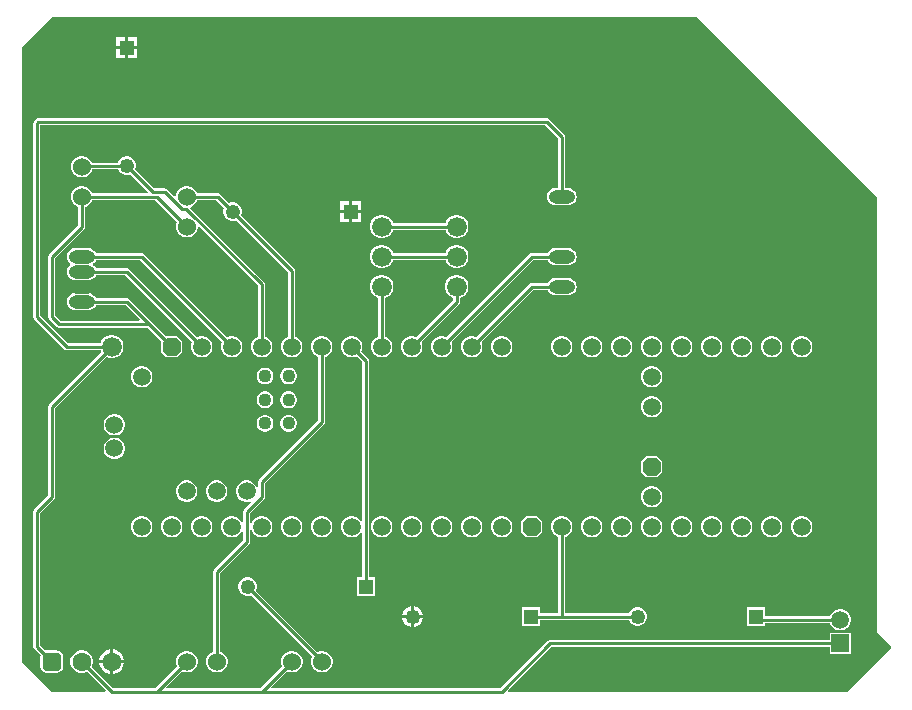
<source format=gbr>
%TF.GenerationSoftware,Altium Limited,Altium Designer,24.1.2 (44)*%
G04 Layer_Physical_Order=2*
G04 Layer_Color=16711680*
%FSLAX45Y45*%
%MOMM*%
%TF.SameCoordinates,BBF04D0A-6D19-432F-97EC-52E110E972BA*%
%TF.FilePolarity,Positive*%
%TF.FileFunction,Copper,L2,Bot,Signal*%
%TF.Part,Single*%
G01*
G75*
%TA.AperFunction,ComponentPad*%
%ADD10R,1.50800X1.50800*%
%ADD11R,1.50800X1.50800*%
%ADD12C,1.67640*%
G04:AMPARAMS|DCode=13|XSize=1.508mm|YSize=1.508mm|CornerRadius=0mm|HoleSize=0mm|Usage=FLASHONLY|Rotation=90.000|XOffset=0mm|YOffset=0mm|HoleType=Round|Shape=Octagon|*
%AMOCTAGOND13*
4,1,8,0.37700,0.75400,-0.37700,0.75400,-0.75400,0.37700,-0.75400,-0.37700,-0.37700,-0.75400,0.37700,-0.75400,0.75400,-0.37700,0.75400,0.37700,0.37700,0.75400,0.0*
%
%ADD13OCTAGOND13*%

%ADD14C,1.50800*%
%ADD15C,1.10795*%
%ADD16C,1.25000*%
%ADD17R,1.25000X1.25000*%
%ADD18R,1.25000X1.25000*%
%ADD19R,1.50000X1.50000*%
%ADD20C,1.50000*%
G04:AMPARAMS|DCode=21|XSize=1.6mm|YSize=1.6mm|CornerRadius=0.4mm|HoleSize=0mm|Usage=FLASHONLY|Rotation=0.000|XOffset=0mm|YOffset=0mm|HoleType=Round|Shape=RoundedRectangle|*
%AMROUNDEDRECTD21*
21,1,1.60000,0.80000,0,0,0.0*
21,1,0.80000,1.60000,0,0,0.0*
1,1,0.80000,0.40000,-0.40000*
1,1,0.80000,-0.40000,-0.40000*
1,1,0.80000,-0.40000,0.40000*
1,1,0.80000,0.40000,0.40000*
%
%ADD21ROUNDEDRECTD21*%
%ADD22C,1.60000*%
%ADD23C,1.52400*%
%ADD24O,2.21590X1.10795*%
%TA.AperFunction,Conductor*%
%ADD25C,0.25400*%
G36*
X9779000Y6350000D02*
X9779000Y2667000D01*
X9897529Y2548471D01*
Y2531529D01*
X9525000Y2159000D01*
X6660881D01*
X6656021Y2170733D01*
X7023800Y2538513D01*
X9379760D01*
Y2476760D01*
X9560240D01*
Y2657240D01*
X9379760D01*
Y2595487D01*
X7012001D01*
X7012000Y2595488D01*
X7001098Y2593319D01*
X6991856Y2587144D01*
X6991856Y2587143D01*
X6592200Y2187487D01*
X4657368D01*
X4652508Y2199221D01*
X4784603Y2331315D01*
X4790705Y2327792D01*
X4813962Y2321560D01*
X4838038D01*
X4861295Y2327792D01*
X4882145Y2339830D01*
X4899170Y2356855D01*
X4911208Y2377705D01*
X4917440Y2400962D01*
Y2425038D01*
X4911208Y2448295D01*
X4899170Y2469145D01*
X4882145Y2486170D01*
X4861295Y2498208D01*
X4838038Y2504440D01*
X4813962D01*
X4790705Y2498208D01*
X4769855Y2486170D01*
X4752830Y2469145D01*
X4740792Y2448295D01*
X4734560Y2425038D01*
Y2400962D01*
X4740792Y2377705D01*
X4744315Y2371603D01*
X4560200Y2187487D01*
X3768368D01*
X3763508Y2199221D01*
X3895603Y2331315D01*
X3901705Y2327792D01*
X3924962Y2321560D01*
X3949038D01*
X3972295Y2327792D01*
X3993145Y2339830D01*
X4010170Y2356855D01*
X4022208Y2377705D01*
X4028440Y2400962D01*
Y2425038D01*
X4022208Y2448295D01*
X4010170Y2469145D01*
X3993145Y2486170D01*
X3972295Y2498208D01*
X3949038Y2504440D01*
X3924962D01*
X3901705Y2498208D01*
X3880855Y2486170D01*
X3863830Y2469145D01*
X3851792Y2448295D01*
X3845560Y2425038D01*
Y2400962D01*
X3851792Y2377705D01*
X3855315Y2371603D01*
X3671200Y2187487D01*
X3313800D01*
X3132467Y2368821D01*
X3136750Y2376239D01*
X3143240Y2400462D01*
Y2425538D01*
X3136750Y2449761D01*
X3124211Y2471479D01*
X3106479Y2489211D01*
X3084761Y2501750D01*
X3060538Y2508240D01*
X3035462D01*
X3011239Y2501750D01*
X2989521Y2489211D01*
X2971789Y2471479D01*
X2959250Y2449761D01*
X2952760Y2425538D01*
Y2400462D01*
X2959250Y2376239D01*
X2971789Y2354521D01*
X2989521Y2336789D01*
X3011239Y2324250D01*
X3035462Y2317760D01*
X3060538D01*
X3084761Y2324250D01*
X3092179Y2328533D01*
X3249979Y2170733D01*
X3245119Y2159000D01*
X2794000D01*
X2540000Y2413000D01*
Y7620000D01*
X2794000Y7874000D01*
X8255000D01*
X9779000Y6350000D01*
D02*
G37*
%LPC*%
G36*
X3516900Y7699900D02*
X3441700D01*
Y7624700D01*
X3516900D01*
Y7699900D01*
D02*
G37*
G36*
X3416300D02*
X3341100D01*
Y7624700D01*
X3416300D01*
Y7699900D01*
D02*
G37*
G36*
X3516900Y7599300D02*
X3441700D01*
Y7524100D01*
X3516900D01*
Y7599300D01*
D02*
G37*
G36*
X3416300D02*
X3341100D01*
Y7524100D01*
X3416300D01*
Y7599300D01*
D02*
G37*
G36*
X3060038Y6695440D02*
X3035962D01*
X3012705Y6689208D01*
X2991855Y6677170D01*
X2974830Y6660145D01*
X2962792Y6639295D01*
X2956560Y6616038D01*
Y6591962D01*
X2962792Y6568705D01*
X2974830Y6547855D01*
X2991855Y6530830D01*
X3012705Y6518792D01*
X3035962Y6512560D01*
X3060038D01*
X3083295Y6518792D01*
X3104145Y6530830D01*
X3121170Y6547855D01*
X3133208Y6568705D01*
X3136104Y6579513D01*
X3357990D01*
X3366793Y6564267D01*
X3381267Y6549793D01*
X3398993Y6539558D01*
X3418765Y6534260D01*
X3439235D01*
X3459007Y6539558D01*
X3460368Y6540344D01*
X3610492Y6390221D01*
X3605632Y6378487D01*
X3135032D01*
X3133208Y6385295D01*
X3121170Y6406145D01*
X3104145Y6423170D01*
X3083295Y6435208D01*
X3060038Y6441440D01*
X3035962D01*
X3012705Y6435208D01*
X2991855Y6423170D01*
X2974830Y6406145D01*
X2962792Y6385295D01*
X2956560Y6362038D01*
Y6337962D01*
X2962792Y6314705D01*
X2974830Y6293855D01*
X2991855Y6276830D01*
X3012705Y6264792D01*
X3019513Y6262968D01*
Y6107800D01*
X2773856Y5862144D01*
X2767681Y5852902D01*
X2765512Y5842000D01*
X2765513Y5841999D01*
Y5334002D01*
X2765512Y5334000D01*
X2767681Y5323099D01*
X2773856Y5313857D01*
X2838397Y5249316D01*
X2847639Y5243141D01*
X2858540Y5240972D01*
X2858542Y5240973D01*
X3608740D01*
X3721876Y5127836D01*
X3719360Y5125320D01*
Y5034680D01*
X3764680Y4989360D01*
X3855320D01*
X3900640Y5034680D01*
Y5125320D01*
X3855320Y5170640D01*
X3764680D01*
X3762164Y5168124D01*
X3640684Y5289604D01*
X3640683Y5289604D01*
X3449144Y5481144D01*
X3439902Y5487319D01*
X3429000Y5489488D01*
X3428999Y5489487D01*
X3168055D01*
X3165099Y5496623D01*
X3153777Y5511379D01*
X3139021Y5522702D01*
X3121838Y5529819D01*
X3103397Y5532247D01*
X2992603D01*
X2974162Y5529819D01*
X2956979Y5522702D01*
X2942223Y5511379D01*
X2930901Y5496623D01*
X2923783Y5479440D01*
X2921356Y5461000D01*
X2923783Y5442560D01*
X2930901Y5425377D01*
X2942223Y5410621D01*
X2956979Y5399298D01*
X2974162Y5392181D01*
X2992603Y5389753D01*
X3103397D01*
X3121838Y5392181D01*
X3139021Y5399298D01*
X3153777Y5410621D01*
X3165099Y5425377D01*
X3168055Y5432513D01*
X3417200D01*
X3540032Y5309681D01*
X3535172Y5297947D01*
X2870340D01*
X2822487Y5345800D01*
Y5830200D01*
X3068143Y6075856D01*
X3068144Y6075856D01*
X3074319Y6085098D01*
X3076488Y6096000D01*
X3076487Y6096001D01*
Y6262968D01*
X3083295Y6264792D01*
X3104145Y6276830D01*
X3121170Y6293855D01*
X3133208Y6314705D01*
X3135032Y6321513D01*
X3671200D01*
X3855315Y6137397D01*
X3851792Y6131295D01*
X3845560Y6108038D01*
Y6083962D01*
X3851792Y6060705D01*
X3863830Y6039855D01*
X3880855Y6022830D01*
X3901705Y6010792D01*
X3924962Y6004560D01*
X3949038D01*
X3972295Y6010792D01*
X3993145Y6022830D01*
X4010170Y6039855D01*
X4022208Y6060705D01*
X4028440Y6083962D01*
Y6093588D01*
X4041140Y6098849D01*
X4543513Y5596476D01*
Y5166204D01*
X4537014Y5164463D01*
X4516346Y5152530D01*
X4499470Y5135654D01*
X4487537Y5114986D01*
X4481360Y5091933D01*
Y5068067D01*
X4487537Y5045014D01*
X4499470Y5024346D01*
X4516346Y5007470D01*
X4537014Y4995537D01*
X4560067Y4989360D01*
X4583933D01*
X4606986Y4995537D01*
X4627654Y5007470D01*
X4644530Y5024346D01*
X4656463Y5045014D01*
X4662640Y5068067D01*
Y5091933D01*
X4656463Y5114986D01*
X4644530Y5135654D01*
X4627654Y5152530D01*
X4606986Y5164463D01*
X4600487Y5166204D01*
Y5608275D01*
X4600488Y5608276D01*
X4598319Y5619178D01*
X4592144Y5628420D01*
X4592143Y5628420D01*
X3968244Y6252319D01*
X3971069Y6262864D01*
X3973206Y6265318D01*
X3993145Y6276830D01*
X4010170Y6293855D01*
X4022208Y6314705D01*
X4024032Y6321513D01*
X4187200D01*
X4254344Y6254368D01*
X4253558Y6253007D01*
X4248260Y6233235D01*
Y6212765D01*
X4253558Y6192993D01*
X4263793Y6175267D01*
X4278267Y6160793D01*
X4295993Y6150558D01*
X4315765Y6145260D01*
X4336235D01*
X4356007Y6150558D01*
X4357368Y6151344D01*
X4797513Y5711200D01*
Y5166204D01*
X4791014Y5164463D01*
X4770346Y5152530D01*
X4753470Y5135654D01*
X4741537Y5114986D01*
X4735360Y5091933D01*
Y5068067D01*
X4741537Y5045014D01*
X4753470Y5024346D01*
X4770346Y5007470D01*
X4791014Y4995537D01*
X4814067Y4989360D01*
X4837933D01*
X4860986Y4995537D01*
X4881654Y5007470D01*
X4898530Y5024346D01*
X4910463Y5045014D01*
X4916640Y5068067D01*
Y5091933D01*
X4910463Y5114986D01*
X4898530Y5135654D01*
X4881654Y5152530D01*
X4860986Y5164463D01*
X4854487Y5166204D01*
Y5722999D01*
X4854488Y5723000D01*
X4852319Y5733902D01*
X4846144Y5743144D01*
X4397656Y6191632D01*
X4398442Y6192993D01*
X4403740Y6212765D01*
Y6233235D01*
X4398442Y6253007D01*
X4388207Y6270733D01*
X4373733Y6285207D01*
X4356007Y6295442D01*
X4336235Y6300740D01*
X4315765D01*
X4295993Y6295442D01*
X4294631Y6294656D01*
X4219144Y6370144D01*
X4209902Y6376319D01*
X4199000Y6378488D01*
X4198999Y6378487D01*
X4024032D01*
X4022208Y6385295D01*
X4010170Y6406145D01*
X3993145Y6423170D01*
X3972295Y6435208D01*
X3949038Y6441440D01*
X3924962D01*
X3901705Y6435208D01*
X3880855Y6423170D01*
X3863830Y6406145D01*
X3851792Y6385295D01*
X3845560Y6362038D01*
Y6352412D01*
X3832860Y6347151D01*
X3769228Y6410784D01*
X3759986Y6416959D01*
X3749084Y6419128D01*
X3749083Y6419127D01*
X3662160D01*
X3500656Y6580631D01*
X3501442Y6581993D01*
X3506740Y6601765D01*
Y6622235D01*
X3501442Y6642007D01*
X3491207Y6659733D01*
X3476733Y6674207D01*
X3459007Y6684442D01*
X3439235Y6689740D01*
X3418765D01*
X3398993Y6684442D01*
X3381267Y6674207D01*
X3366793Y6659733D01*
X3356558Y6642007D01*
X3355079Y6636487D01*
X3133960D01*
X3133208Y6639295D01*
X3121170Y6660145D01*
X3104145Y6677170D01*
X3083295Y6689208D01*
X3060038Y6695440D01*
D02*
G37*
G36*
X6985000Y7013488D02*
X6984999Y7013487D01*
X2678903D01*
X2668002Y7011319D01*
X2658759Y7005144D01*
X2658759Y7005143D01*
X2646856Y6993241D01*
X2640681Y6983998D01*
X2638512Y6973097D01*
X2638513Y6973096D01*
Y5334001D01*
X2638512Y5334000D01*
X2640681Y5323098D01*
X2646856Y5313856D01*
X2900856Y5059857D01*
X2900856Y5059856D01*
X2910098Y5053681D01*
X2921000Y5051512D01*
X2921001Y5051513D01*
X3207079D01*
X3209691Y5041764D01*
X3214737Y5033024D01*
X2773856Y4592144D01*
X2767681Y4582902D01*
X2765512Y4572000D01*
X2765513Y4571999D01*
Y3821800D01*
X2646856Y3703144D01*
X2640681Y3693902D01*
X2638512Y3683000D01*
X2638513Y3682999D01*
Y2540001D01*
X2638512Y2540000D01*
X2640681Y2529098D01*
X2646856Y2519856D01*
X2700338Y2466375D01*
X2697678Y2453000D01*
Y2373000D01*
X2701965Y2351446D01*
X2714174Y2333174D01*
X2732446Y2320965D01*
X2754000Y2316678D01*
X2834000D01*
X2855554Y2320965D01*
X2873826Y2333174D01*
X2886035Y2351446D01*
X2890322Y2373000D01*
Y2453000D01*
X2886035Y2474554D01*
X2873826Y2492826D01*
X2855554Y2505035D01*
X2834000Y2509322D01*
X2754000D01*
X2740625Y2506662D01*
X2695487Y2551800D01*
Y3671200D01*
X2814143Y3789856D01*
X2814144Y3789856D01*
X2820319Y3799098D01*
X2822488Y3810000D01*
X2822487Y3810001D01*
Y4560200D01*
X3255024Y4992737D01*
X3263764Y4987691D01*
X3288959Y4980940D01*
X3315041D01*
X3340236Y4987691D01*
X3362824Y5000732D01*
X3381268Y5019176D01*
X3394309Y5041764D01*
X3401060Y5066959D01*
Y5093041D01*
X3394309Y5118236D01*
X3381268Y5140824D01*
X3362824Y5159268D01*
X3340236Y5172309D01*
X3315041Y5179060D01*
X3288959D01*
X3263764Y5172309D01*
X3241176Y5159268D01*
X3222732Y5140824D01*
X3209691Y5118236D01*
X3207079Y5108487D01*
X2932800D01*
X2695487Y5345800D01*
Y6956513D01*
X6973200D01*
X7083513Y6846200D01*
Y6421247D01*
X7056603D01*
X7038162Y6418819D01*
X7020979Y6411702D01*
X7006223Y6400379D01*
X6994901Y6385623D01*
X6987783Y6368440D01*
X6985356Y6350000D01*
X6987783Y6331560D01*
X6994901Y6314377D01*
X7006223Y6299621D01*
X7020979Y6288298D01*
X7038162Y6281181D01*
X7056603Y6278753D01*
X7167397D01*
X7185838Y6281181D01*
X7203021Y6288298D01*
X7217777Y6299621D01*
X7229099Y6314377D01*
X7236217Y6331560D01*
X7238644Y6350000D01*
X7236217Y6368440D01*
X7229099Y6385623D01*
X7217777Y6400379D01*
X7203021Y6411702D01*
X7185838Y6418819D01*
X7167397Y6421247D01*
X7140487D01*
Y6857999D01*
X7140488Y6858000D01*
X7138319Y6868902D01*
X7132144Y6878144D01*
X7132143Y6878144D01*
X7005144Y7005144D01*
X6995902Y7011319D01*
X6985000Y7013488D01*
D02*
G37*
G36*
X5413900Y6310900D02*
X5338700D01*
Y6235700D01*
X5413900D01*
Y6310900D01*
D02*
G37*
G36*
X5313300D02*
X5238100D01*
Y6235700D01*
X5313300D01*
Y6310900D01*
D02*
G37*
G36*
X5413900Y6210300D02*
X5338700D01*
Y6135100D01*
X5413900D01*
Y6210300D01*
D02*
G37*
G36*
X5313300D02*
X5238100D01*
Y6135100D01*
X5313300D01*
Y6210300D01*
D02*
G37*
G36*
X6236041Y6195060D02*
X6209959D01*
X6184764Y6188309D01*
X6162176Y6175268D01*
X6143732Y6156824D01*
X6130691Y6134236D01*
X6128079Y6124487D01*
X5682921D01*
X5680309Y6134236D01*
X5667268Y6156824D01*
X5648824Y6175268D01*
X5626236Y6188309D01*
X5601041Y6195060D01*
X5574959D01*
X5549764Y6188309D01*
X5527176Y6175268D01*
X5508732Y6156824D01*
X5495691Y6134236D01*
X5488940Y6109041D01*
Y6082959D01*
X5495691Y6057764D01*
X5508732Y6035176D01*
X5527176Y6016732D01*
X5549764Y6003691D01*
X5574959Y5996940D01*
X5601041D01*
X5626236Y6003691D01*
X5648824Y6016732D01*
X5667268Y6035176D01*
X5680309Y6057764D01*
X5682921Y6067513D01*
X6128079D01*
X6130691Y6057764D01*
X6143732Y6035176D01*
X6162176Y6016732D01*
X6184764Y6003691D01*
X6209959Y5996940D01*
X6236041D01*
X6261236Y6003691D01*
X6283824Y6016732D01*
X6302268Y6035176D01*
X6315309Y6057764D01*
X6322060Y6082959D01*
Y6109041D01*
X6315309Y6134236D01*
X6302268Y6156824D01*
X6283824Y6175268D01*
X6261236Y6188309D01*
X6236041Y6195060D01*
D02*
G37*
G36*
X7167397Y5913247D02*
X7056603D01*
X7038162Y5910819D01*
X7020979Y5903702D01*
X7006223Y5892379D01*
X6994901Y5877623D01*
X6991945Y5870487D01*
X6858001D01*
X6858000Y5870488D01*
X6847098Y5868319D01*
X6837856Y5862144D01*
X6837856Y5862143D01*
X6136812Y5161099D01*
X6130986Y5164463D01*
X6107933Y5170640D01*
X6084067D01*
X6061014Y5164463D01*
X6040346Y5152530D01*
X6023470Y5135654D01*
X6011537Y5114986D01*
X6005360Y5091933D01*
Y5068067D01*
X6011537Y5045014D01*
X6023470Y5024346D01*
X6040346Y5007470D01*
X6061014Y4995537D01*
X6084067Y4989360D01*
X6107933D01*
X6130986Y4995537D01*
X6151654Y5007470D01*
X6168530Y5024346D01*
X6180463Y5045014D01*
X6186640Y5068067D01*
Y5091933D01*
X6180463Y5114986D01*
X6177099Y5120812D01*
X6869800Y5813513D01*
X6991945D01*
X6994901Y5806377D01*
X7006223Y5791621D01*
X7020979Y5780298D01*
X7038162Y5773181D01*
X7056603Y5770753D01*
X7167397D01*
X7185838Y5773181D01*
X7203021Y5780298D01*
X7217777Y5791621D01*
X7229099Y5806377D01*
X7236217Y5823560D01*
X7238644Y5842000D01*
X7236217Y5860440D01*
X7229099Y5877623D01*
X7217777Y5892379D01*
X7203021Y5903702D01*
X7185838Y5910819D01*
X7167397Y5913247D01*
D02*
G37*
G36*
X6236041Y5941060D02*
X6209959D01*
X6184764Y5934309D01*
X6162176Y5921268D01*
X6143732Y5902824D01*
X6130691Y5880236D01*
X6128079Y5870487D01*
X5682921D01*
X5680309Y5880236D01*
X5667268Y5902824D01*
X5648824Y5921268D01*
X5626236Y5934309D01*
X5601041Y5941060D01*
X5574959D01*
X5549764Y5934309D01*
X5527176Y5921268D01*
X5508732Y5902824D01*
X5495691Y5880236D01*
X5488940Y5855041D01*
Y5828959D01*
X5495691Y5803764D01*
X5508732Y5781176D01*
X5527176Y5762732D01*
X5549764Y5749691D01*
X5574959Y5742940D01*
X5601041D01*
X5626236Y5749691D01*
X5648824Y5762732D01*
X5667268Y5781176D01*
X5680309Y5803764D01*
X5682921Y5813513D01*
X6128079D01*
X6130691Y5803764D01*
X6143732Y5781176D01*
X6162176Y5762732D01*
X6184764Y5749691D01*
X6209959Y5742940D01*
X6236041D01*
X6261236Y5749691D01*
X6283824Y5762732D01*
X6302268Y5781176D01*
X6315309Y5803764D01*
X6322060Y5828959D01*
Y5855041D01*
X6315309Y5880236D01*
X6302268Y5902824D01*
X6283824Y5921268D01*
X6261236Y5934309D01*
X6236041Y5941060D01*
D02*
G37*
G36*
X7167397Y5659247D02*
X7056603D01*
X7038162Y5656819D01*
X7020979Y5649702D01*
X7006223Y5638379D01*
X6994901Y5623624D01*
X6991945Y5616487D01*
X6858001D01*
X6858000Y5616488D01*
X6847098Y5614319D01*
X6837856Y5608144D01*
X6837856Y5608143D01*
X6390812Y5161099D01*
X6384986Y5164463D01*
X6361933Y5170640D01*
X6338067D01*
X6315014Y5164463D01*
X6294346Y5152530D01*
X6277470Y5135654D01*
X6265537Y5114986D01*
X6259360Y5091933D01*
Y5068067D01*
X6265537Y5045014D01*
X6277470Y5024346D01*
X6294346Y5007470D01*
X6315014Y4995537D01*
X6338067Y4989360D01*
X6361933D01*
X6384986Y4995537D01*
X6405654Y5007470D01*
X6422530Y5024346D01*
X6434463Y5045014D01*
X6440640Y5068067D01*
Y5091933D01*
X6434463Y5114986D01*
X6431099Y5120812D01*
X6869800Y5559513D01*
X6991945D01*
X6994901Y5552377D01*
X7006223Y5537621D01*
X7020979Y5526298D01*
X7038162Y5519181D01*
X7056603Y5516753D01*
X7167397D01*
X7185838Y5519181D01*
X7203021Y5526298D01*
X7217777Y5537621D01*
X7229099Y5552377D01*
X7236217Y5569560D01*
X7238644Y5588000D01*
X7236217Y5606440D01*
X7229099Y5623624D01*
X7217777Y5638379D01*
X7203021Y5649702D01*
X7185838Y5656819D01*
X7167397Y5659247D01*
D02*
G37*
G36*
X6236041Y5687060D02*
X6209959D01*
X6184764Y5680309D01*
X6162176Y5667268D01*
X6143732Y5648824D01*
X6130691Y5626236D01*
X6123940Y5601041D01*
Y5574959D01*
X6130691Y5549764D01*
X6143732Y5527176D01*
X6162176Y5508732D01*
X6184764Y5495691D01*
X6194513Y5493079D01*
Y5472800D01*
X5882812Y5161099D01*
X5876986Y5164463D01*
X5853933Y5170640D01*
X5830067D01*
X5807014Y5164463D01*
X5786346Y5152530D01*
X5769470Y5135654D01*
X5757537Y5114986D01*
X5751360Y5091933D01*
Y5068067D01*
X5757537Y5045014D01*
X5769470Y5024346D01*
X5786346Y5007470D01*
X5807014Y4995537D01*
X5830067Y4989360D01*
X5853933D01*
X5876986Y4995537D01*
X5897654Y5007470D01*
X5914530Y5024346D01*
X5926463Y5045014D01*
X5932640Y5068067D01*
Y5091933D01*
X5926463Y5114986D01*
X5923099Y5120812D01*
X6243143Y5440856D01*
X6243144Y5440856D01*
X6249319Y5450098D01*
X6251487Y5461000D01*
Y5493079D01*
X6261236Y5495691D01*
X6283824Y5508732D01*
X6302268Y5527176D01*
X6315309Y5549764D01*
X6322060Y5574959D01*
Y5601041D01*
X6315309Y5626236D01*
X6302268Y5648824D01*
X6283824Y5667268D01*
X6261236Y5680309D01*
X6236041Y5687060D01*
D02*
G37*
G36*
X9155933Y5170640D02*
X9132067D01*
X9109014Y5164463D01*
X9088346Y5152530D01*
X9071470Y5135654D01*
X9059537Y5114986D01*
X9053360Y5091933D01*
Y5068067D01*
X9059537Y5045014D01*
X9071470Y5024346D01*
X9088346Y5007470D01*
X9109014Y4995537D01*
X9132067Y4989360D01*
X9155933D01*
X9178986Y4995537D01*
X9199654Y5007470D01*
X9216530Y5024346D01*
X9228463Y5045014D01*
X9234640Y5068067D01*
Y5091933D01*
X9228463Y5114986D01*
X9216530Y5135654D01*
X9199654Y5152530D01*
X9178986Y5164463D01*
X9155933Y5170640D01*
D02*
G37*
G36*
X8901933D02*
X8878067D01*
X8855014Y5164463D01*
X8834346Y5152530D01*
X8817470Y5135654D01*
X8805537Y5114986D01*
X8799360Y5091933D01*
Y5068067D01*
X8805537Y5045014D01*
X8817470Y5024346D01*
X8834346Y5007470D01*
X8855014Y4995537D01*
X8878067Y4989360D01*
X8901933D01*
X8924986Y4995537D01*
X8945654Y5007470D01*
X8962530Y5024346D01*
X8974463Y5045014D01*
X8980640Y5068067D01*
Y5091933D01*
X8974463Y5114986D01*
X8962530Y5135654D01*
X8945654Y5152530D01*
X8924986Y5164463D01*
X8901933Y5170640D01*
D02*
G37*
G36*
X8647933D02*
X8624067D01*
X8601014Y5164463D01*
X8580346Y5152530D01*
X8563470Y5135654D01*
X8551537Y5114986D01*
X8545360Y5091933D01*
Y5068067D01*
X8551537Y5045014D01*
X8563470Y5024346D01*
X8580346Y5007470D01*
X8601014Y4995537D01*
X8624067Y4989360D01*
X8647933D01*
X8670986Y4995537D01*
X8691654Y5007470D01*
X8708530Y5024346D01*
X8720463Y5045014D01*
X8726640Y5068067D01*
Y5091933D01*
X8720463Y5114986D01*
X8708530Y5135654D01*
X8691654Y5152530D01*
X8670986Y5164463D01*
X8647933Y5170640D01*
D02*
G37*
G36*
X8393933D02*
X8370067D01*
X8347014Y5164463D01*
X8326346Y5152530D01*
X8309470Y5135654D01*
X8297537Y5114986D01*
X8291360Y5091933D01*
Y5068067D01*
X8297537Y5045014D01*
X8309470Y5024346D01*
X8326346Y5007470D01*
X8347014Y4995537D01*
X8370067Y4989360D01*
X8393933D01*
X8416986Y4995537D01*
X8437654Y5007470D01*
X8454530Y5024346D01*
X8466463Y5045014D01*
X8472640Y5068067D01*
Y5091933D01*
X8466463Y5114986D01*
X8454530Y5135654D01*
X8437654Y5152530D01*
X8416986Y5164463D01*
X8393933Y5170640D01*
D02*
G37*
G36*
X8139933D02*
X8116067D01*
X8093014Y5164463D01*
X8072346Y5152530D01*
X8055470Y5135654D01*
X8043537Y5114986D01*
X8037360Y5091933D01*
Y5068067D01*
X8043537Y5045014D01*
X8055470Y5024346D01*
X8072346Y5007470D01*
X8093014Y4995537D01*
X8116067Y4989360D01*
X8139933D01*
X8162986Y4995537D01*
X8183654Y5007470D01*
X8200530Y5024346D01*
X8212463Y5045014D01*
X8218640Y5068067D01*
Y5091933D01*
X8212463Y5114986D01*
X8200530Y5135654D01*
X8183654Y5152530D01*
X8162986Y5164463D01*
X8139933Y5170640D01*
D02*
G37*
G36*
X7885933D02*
X7862067D01*
X7839014Y5164463D01*
X7818346Y5152530D01*
X7801470Y5135654D01*
X7789537Y5114986D01*
X7783360Y5091933D01*
Y5068067D01*
X7789537Y5045014D01*
X7801470Y5024346D01*
X7818346Y5007470D01*
X7839014Y4995537D01*
X7862067Y4989360D01*
X7885933D01*
X7908986Y4995537D01*
X7929654Y5007470D01*
X7946530Y5024346D01*
X7958463Y5045014D01*
X7964640Y5068067D01*
Y5091933D01*
X7958463Y5114986D01*
X7946530Y5135654D01*
X7929654Y5152530D01*
X7908986Y5164463D01*
X7885933Y5170640D01*
D02*
G37*
G36*
X7631933D02*
X7608067D01*
X7585014Y5164463D01*
X7564346Y5152530D01*
X7547470Y5135654D01*
X7535537Y5114986D01*
X7529360Y5091933D01*
Y5068067D01*
X7535537Y5045014D01*
X7547470Y5024346D01*
X7564346Y5007470D01*
X7585014Y4995537D01*
X7608067Y4989360D01*
X7631933D01*
X7654986Y4995537D01*
X7675654Y5007470D01*
X7692530Y5024346D01*
X7704463Y5045014D01*
X7710640Y5068067D01*
Y5091933D01*
X7704463Y5114986D01*
X7692530Y5135654D01*
X7675654Y5152530D01*
X7654986Y5164463D01*
X7631933Y5170640D01*
D02*
G37*
G36*
X7377933D02*
X7354067D01*
X7331014Y5164463D01*
X7310346Y5152530D01*
X7293470Y5135654D01*
X7281537Y5114986D01*
X7275360Y5091933D01*
Y5068067D01*
X7281537Y5045014D01*
X7293470Y5024346D01*
X7310346Y5007470D01*
X7331014Y4995537D01*
X7354067Y4989360D01*
X7377933D01*
X7400986Y4995537D01*
X7421654Y5007470D01*
X7438530Y5024346D01*
X7450463Y5045014D01*
X7456640Y5068067D01*
Y5091933D01*
X7450463Y5114986D01*
X7438530Y5135654D01*
X7421654Y5152530D01*
X7400986Y5164463D01*
X7377933Y5170640D01*
D02*
G37*
G36*
X7123933D02*
X7100067D01*
X7077014Y5164463D01*
X7056346Y5152530D01*
X7039470Y5135654D01*
X7027537Y5114986D01*
X7021360Y5091933D01*
Y5068067D01*
X7027537Y5045014D01*
X7039470Y5024346D01*
X7056346Y5007470D01*
X7077014Y4995537D01*
X7100067Y4989360D01*
X7123933D01*
X7146986Y4995537D01*
X7167654Y5007470D01*
X7184530Y5024346D01*
X7196463Y5045014D01*
X7202640Y5068067D01*
Y5091933D01*
X7196463Y5114986D01*
X7184530Y5135654D01*
X7167654Y5152530D01*
X7146986Y5164463D01*
X7123933Y5170640D01*
D02*
G37*
G36*
X6615933D02*
X6592067D01*
X6569014Y5164463D01*
X6548346Y5152530D01*
X6531470Y5135654D01*
X6519537Y5114986D01*
X6513360Y5091933D01*
Y5068067D01*
X6519537Y5045014D01*
X6531470Y5024346D01*
X6548346Y5007470D01*
X6569014Y4995537D01*
X6592067Y4989360D01*
X6615933D01*
X6638986Y4995537D01*
X6659654Y5007470D01*
X6676530Y5024346D01*
X6688463Y5045014D01*
X6694640Y5068067D01*
Y5091933D01*
X6688463Y5114986D01*
X6676530Y5135654D01*
X6659654Y5152530D01*
X6638986Y5164463D01*
X6615933Y5170640D01*
D02*
G37*
G36*
X5601041Y5687060D02*
X5574959D01*
X5549764Y5680309D01*
X5527176Y5667268D01*
X5508732Y5648824D01*
X5495691Y5626236D01*
X5488940Y5601041D01*
Y5574959D01*
X5495691Y5549764D01*
X5508732Y5527176D01*
X5527176Y5508732D01*
X5549764Y5495691D01*
X5559513Y5493079D01*
Y5166204D01*
X5553014Y5164463D01*
X5532346Y5152530D01*
X5515470Y5135654D01*
X5503537Y5114986D01*
X5497360Y5091933D01*
Y5068067D01*
X5503537Y5045014D01*
X5515470Y5024346D01*
X5532346Y5007470D01*
X5553014Y4995537D01*
X5576067Y4989360D01*
X5599933D01*
X5622986Y4995537D01*
X5643654Y5007470D01*
X5660530Y5024346D01*
X5672463Y5045014D01*
X5678640Y5068067D01*
Y5091933D01*
X5672463Y5114986D01*
X5660530Y5135654D01*
X5643654Y5152530D01*
X5622986Y5164463D01*
X5616487Y5166204D01*
Y5493079D01*
X5626236Y5495691D01*
X5648824Y5508732D01*
X5667268Y5527176D01*
X5680309Y5549764D01*
X5687060Y5574959D01*
Y5601041D01*
X5680309Y5626236D01*
X5667268Y5648824D01*
X5648824Y5667268D01*
X5626236Y5680309D01*
X5601041Y5687060D01*
D02*
G37*
G36*
X3103397Y5913247D02*
X2992603D01*
X2974162Y5910819D01*
X2956979Y5903702D01*
X2942223Y5892379D01*
X2930901Y5877623D01*
X2923783Y5860440D01*
X2921356Y5842000D01*
X2923783Y5823560D01*
X2930901Y5806377D01*
X2942223Y5791621D01*
X2948892Y5786504D01*
Y5770496D01*
X2942223Y5765379D01*
X2930901Y5750623D01*
X2923783Y5733440D01*
X2921356Y5715000D01*
X2923783Y5696560D01*
X2930901Y5679377D01*
X2942223Y5664621D01*
X2956979Y5653298D01*
X2974162Y5646181D01*
X2992603Y5643753D01*
X3103397D01*
X3121838Y5646181D01*
X3139021Y5653298D01*
X3153777Y5664621D01*
X3165099Y5679377D01*
X3168055Y5686513D01*
X3417200D01*
X3982901Y5120812D01*
X3979537Y5114986D01*
X3973360Y5091933D01*
Y5068067D01*
X3979537Y5045014D01*
X3991470Y5024346D01*
X4008346Y5007470D01*
X4029014Y4995537D01*
X4052067Y4989360D01*
X4075933D01*
X4098986Y4995537D01*
X4119654Y5007470D01*
X4136530Y5024346D01*
X4148463Y5045014D01*
X4154640Y5068067D01*
Y5091933D01*
X4148463Y5114986D01*
X4136530Y5135654D01*
X4119654Y5152530D01*
X4098986Y5164463D01*
X4075933Y5170640D01*
X4052067D01*
X4029014Y5164463D01*
X4023188Y5161099D01*
X3449144Y5735144D01*
X3439902Y5741319D01*
X3429000Y5743488D01*
X3428999Y5743487D01*
X3168055D01*
X3165099Y5750623D01*
X3153777Y5765379D01*
X3147108Y5770496D01*
Y5786504D01*
X3153777Y5791621D01*
X3165099Y5806377D01*
X3168055Y5813513D01*
X3544200D01*
X4236901Y5120812D01*
X4233537Y5114986D01*
X4227360Y5091933D01*
Y5068067D01*
X4233537Y5045014D01*
X4245470Y5024346D01*
X4262346Y5007470D01*
X4283014Y4995537D01*
X4306067Y4989360D01*
X4329933D01*
X4352986Y4995537D01*
X4373654Y5007470D01*
X4390530Y5024346D01*
X4402463Y5045014D01*
X4408640Y5068067D01*
Y5091933D01*
X4402463Y5114986D01*
X4390530Y5135654D01*
X4373654Y5152530D01*
X4352986Y5164463D01*
X4329933Y5170640D01*
X4306067D01*
X4283014Y5164463D01*
X4277188Y5161099D01*
X3576144Y5862144D01*
X3566902Y5868319D01*
X3556000Y5870488D01*
X3555999Y5870487D01*
X3168055D01*
X3165099Y5877623D01*
X3153777Y5892379D01*
X3139021Y5903702D01*
X3121838Y5910819D01*
X3103397Y5913247D01*
D02*
G37*
G36*
X4808300Y4900625D02*
X4789700D01*
X4771735Y4895811D01*
X4755627Y4886512D01*
X4742476Y4873360D01*
X4733176Y4857253D01*
X4728362Y4839288D01*
Y4820688D01*
X4733176Y4802723D01*
X4742476Y4786615D01*
X4755627Y4773464D01*
X4771735Y4764164D01*
X4789700Y4759350D01*
X4808300D01*
X4826265Y4764164D01*
X4842372Y4773464D01*
X4855524Y4786615D01*
X4864823Y4802723D01*
X4869637Y4820688D01*
Y4839288D01*
X4864823Y4857253D01*
X4855524Y4873360D01*
X4842372Y4886512D01*
X4826265Y4895811D01*
X4808300Y4900625D01*
D02*
G37*
G36*
X4608300D02*
X4589700D01*
X4571735Y4895811D01*
X4555628Y4886512D01*
X4542476Y4873360D01*
X4533177Y4857253D01*
X4528363Y4839288D01*
Y4820688D01*
X4533177Y4802723D01*
X4542476Y4786615D01*
X4555628Y4773464D01*
X4571735Y4764164D01*
X4589700Y4759350D01*
X4608300D01*
X4626265Y4764164D01*
X4642373Y4773464D01*
X4655524Y4786615D01*
X4664824Y4802723D01*
X4669638Y4820688D01*
Y4839288D01*
X4664824Y4857253D01*
X4655524Y4873360D01*
X4642373Y4886512D01*
X4626265Y4895811D01*
X4608300Y4900625D01*
D02*
G37*
G36*
X7885933Y4916640D02*
X7862067D01*
X7839014Y4910463D01*
X7818346Y4898530D01*
X7801470Y4881654D01*
X7789537Y4860986D01*
X7783360Y4837933D01*
Y4814067D01*
X7789537Y4791014D01*
X7801470Y4770346D01*
X7818346Y4753470D01*
X7839014Y4741537D01*
X7862067Y4735360D01*
X7885933D01*
X7908986Y4741537D01*
X7929654Y4753470D01*
X7946530Y4770346D01*
X7958463Y4791014D01*
X7964640Y4814067D01*
Y4837933D01*
X7958463Y4860986D01*
X7946530Y4881654D01*
X7929654Y4898530D01*
X7908986Y4910463D01*
X7885933Y4916640D01*
D02*
G37*
G36*
X3567933D02*
X3544067D01*
X3521014Y4910463D01*
X3500346Y4898530D01*
X3483470Y4881654D01*
X3471537Y4860986D01*
X3465360Y4837933D01*
Y4814067D01*
X3471537Y4791014D01*
X3483470Y4770346D01*
X3500346Y4753470D01*
X3521014Y4741537D01*
X3544067Y4735360D01*
X3567933D01*
X3590986Y4741537D01*
X3611654Y4753470D01*
X3628530Y4770346D01*
X3640463Y4791014D01*
X3646640Y4814067D01*
Y4837933D01*
X3640463Y4860986D01*
X3628530Y4881654D01*
X3611654Y4898530D01*
X3590986Y4910463D01*
X3567933Y4916640D01*
D02*
G37*
G36*
X4808300Y4700626D02*
X4789700D01*
X4771735Y4695812D01*
X4755627Y4686512D01*
X4742476Y4673361D01*
X4733176Y4657253D01*
X4728362Y4639288D01*
Y4620688D01*
X4733176Y4602723D01*
X4742476Y4586616D01*
X4755627Y4573464D01*
X4771735Y4564165D01*
X4789700Y4559351D01*
X4808300D01*
X4826265Y4564165D01*
X4842372Y4573464D01*
X4855524Y4586616D01*
X4864823Y4602723D01*
X4869637Y4620688D01*
Y4639288D01*
X4864823Y4657253D01*
X4855524Y4673361D01*
X4842372Y4686512D01*
X4826265Y4695812D01*
X4808300Y4700626D01*
D02*
G37*
G36*
X4608300D02*
X4589700D01*
X4571735Y4695812D01*
X4555628Y4686512D01*
X4542476Y4673361D01*
X4533177Y4657253D01*
X4528363Y4639288D01*
Y4620688D01*
X4533177Y4602723D01*
X4542476Y4586616D01*
X4555628Y4573464D01*
X4571735Y4564165D01*
X4589700Y4559351D01*
X4608300D01*
X4626265Y4564165D01*
X4642373Y4573464D01*
X4655524Y4586616D01*
X4664824Y4602723D01*
X4669638Y4620688D01*
Y4639288D01*
X4664824Y4657253D01*
X4655524Y4673361D01*
X4642373Y4686512D01*
X4626265Y4695812D01*
X4608300Y4700626D01*
D02*
G37*
G36*
X7885933Y4662640D02*
X7862067D01*
X7839014Y4656463D01*
X7818346Y4644530D01*
X7801470Y4627654D01*
X7789537Y4606986D01*
X7783360Y4583933D01*
Y4560067D01*
X7789537Y4537014D01*
X7801470Y4516346D01*
X7818346Y4499470D01*
X7839014Y4487537D01*
X7862067Y4481360D01*
X7885933D01*
X7908986Y4487537D01*
X7929654Y4499470D01*
X7946530Y4516346D01*
X7958463Y4537014D01*
X7964640Y4560067D01*
Y4583933D01*
X7958463Y4606986D01*
X7946530Y4627654D01*
X7929654Y4644530D01*
X7908986Y4656463D01*
X7885933Y4662640D01*
D02*
G37*
G36*
X4808300Y4500626D02*
X4789700D01*
X4771735Y4495812D01*
X4755627Y4486513D01*
X4742476Y4473361D01*
X4733176Y4457254D01*
X4728362Y4439288D01*
Y4420689D01*
X4733176Y4402723D01*
X4742476Y4386616D01*
X4755627Y4373464D01*
X4771735Y4364165D01*
X4789700Y4359351D01*
X4808300D01*
X4826265Y4364165D01*
X4842372Y4373464D01*
X4855524Y4386616D01*
X4864823Y4402723D01*
X4869637Y4420689D01*
Y4439288D01*
X4864823Y4457254D01*
X4855524Y4473361D01*
X4842372Y4486513D01*
X4826265Y4495812D01*
X4808300Y4500626D01*
D02*
G37*
G36*
X4608300D02*
X4589700D01*
X4571735Y4495812D01*
X4555628Y4486513D01*
X4542476Y4473361D01*
X4533177Y4457254D01*
X4528363Y4439288D01*
Y4420689D01*
X4533177Y4402723D01*
X4542476Y4386616D01*
X4555628Y4373464D01*
X4571735Y4364165D01*
X4589700Y4359351D01*
X4608300D01*
X4626265Y4364165D01*
X4642373Y4373464D01*
X4655524Y4386616D01*
X4664824Y4402723D01*
X4669638Y4420689D01*
Y4439288D01*
X4664824Y4457254D01*
X4655524Y4473361D01*
X4642373Y4486513D01*
X4626265Y4495812D01*
X4608300Y4500626D01*
D02*
G37*
G36*
X3336945Y4508640D02*
X3313079D01*
X3290027Y4502463D01*
X3269358Y4490530D01*
X3252482Y4473654D01*
X3240550Y4452986D01*
X3234372Y4429933D01*
Y4406067D01*
X3240550Y4383014D01*
X3252482Y4362346D01*
X3269358Y4345470D01*
X3290027Y4333537D01*
X3313079Y4327360D01*
X3336945D01*
X3359998Y4333537D01*
X3380667Y4345470D01*
X3397542Y4362346D01*
X3409475Y4383014D01*
X3415652Y4406067D01*
Y4429933D01*
X3409475Y4452986D01*
X3397542Y4473654D01*
X3380667Y4490530D01*
X3359998Y4502463D01*
X3336945Y4508640D01*
D02*
G37*
G36*
Y4308640D02*
X3313079D01*
X3290027Y4302463D01*
X3269358Y4290530D01*
X3252482Y4273654D01*
X3240550Y4252986D01*
X3234372Y4229933D01*
Y4206067D01*
X3240550Y4183014D01*
X3252482Y4162346D01*
X3269358Y4145470D01*
X3290027Y4133537D01*
X3313079Y4127360D01*
X3336945D01*
X3359998Y4133537D01*
X3380667Y4145470D01*
X3397542Y4162346D01*
X3409475Y4183014D01*
X3415652Y4206067D01*
Y4229933D01*
X3409475Y4252986D01*
X3397542Y4273654D01*
X3380667Y4290530D01*
X3359998Y4302463D01*
X3336945Y4308640D01*
D02*
G37*
G36*
X7919320Y4154640D02*
X7828680D01*
X7783360Y4109320D01*
Y4018680D01*
X7828680Y3973360D01*
X7919320D01*
X7964640Y4018680D01*
Y4109320D01*
X7919320Y4154640D01*
D02*
G37*
G36*
X5091933Y5170640D02*
X5068067D01*
X5045014Y5164463D01*
X5024346Y5152530D01*
X5007470Y5135654D01*
X4995537Y5114986D01*
X4989360Y5091933D01*
Y5068067D01*
X4995537Y5045014D01*
X5007470Y5024346D01*
X5024346Y5007470D01*
X5045014Y4995537D01*
X5051513Y4993796D01*
Y4456800D01*
X4551856Y3957144D01*
X4545681Y3947902D01*
X4543512Y3937000D01*
X4543513Y3936999D01*
Y3887620D01*
X4530813Y3885948D01*
X4529463Y3890985D01*
X4517530Y3911654D01*
X4500654Y3928529D01*
X4479986Y3940462D01*
X4456933Y3946639D01*
X4433067D01*
X4410014Y3940462D01*
X4389346Y3928529D01*
X4372470Y3911654D01*
X4360537Y3890985D01*
X4354360Y3867932D01*
Y3844066D01*
X4360537Y3821014D01*
X4372470Y3800345D01*
X4389346Y3783469D01*
X4410014Y3771537D01*
X4433067Y3765360D01*
X4456933D01*
X4473569Y3769817D01*
X4480143Y3758431D01*
X4424856Y3703144D01*
X4418681Y3693902D01*
X4416512Y3683000D01*
X4416513Y3682999D01*
Y3587620D01*
X4403813Y3585949D01*
X4402463Y3590986D01*
X4390530Y3611654D01*
X4373654Y3628530D01*
X4352986Y3640463D01*
X4329933Y3646640D01*
X4306067D01*
X4283014Y3640463D01*
X4262346Y3628530D01*
X4245470Y3611654D01*
X4233537Y3590986D01*
X4227360Y3567933D01*
Y3544067D01*
X4233537Y3521014D01*
X4245470Y3500346D01*
X4262346Y3483470D01*
X4283014Y3471537D01*
X4306067Y3465360D01*
X4329933D01*
X4352986Y3471537D01*
X4373654Y3483470D01*
X4390530Y3500346D01*
X4402463Y3521014D01*
X4403813Y3526051D01*
X4416513Y3524380D01*
Y3440800D01*
X4170856Y3195144D01*
X4164681Y3185902D01*
X4162512Y3175000D01*
X4162513Y3174999D01*
Y2500032D01*
X4155705Y2498208D01*
X4134855Y2486170D01*
X4117830Y2469145D01*
X4105792Y2448295D01*
X4099560Y2425038D01*
Y2400962D01*
X4105792Y2377705D01*
X4117830Y2356855D01*
X4134855Y2339830D01*
X4155705Y2327792D01*
X4178962Y2321560D01*
X4203038D01*
X4226295Y2327792D01*
X4247145Y2339830D01*
X4264170Y2356855D01*
X4276208Y2377705D01*
X4282440Y2400962D01*
Y2425038D01*
X4276208Y2448295D01*
X4264170Y2469145D01*
X4247145Y2486170D01*
X4226295Y2498208D01*
X4219487Y2500032D01*
Y3163200D01*
X4465143Y3408856D01*
X4465144Y3408856D01*
X4471319Y3418098D01*
X4473488Y3429000D01*
X4473487Y3429001D01*
Y3524380D01*
X4486187Y3526051D01*
X4487537Y3521014D01*
X4499470Y3500346D01*
X4516346Y3483470D01*
X4537014Y3471537D01*
X4560067Y3465360D01*
X4583933D01*
X4606986Y3471537D01*
X4627654Y3483470D01*
X4644530Y3500346D01*
X4656463Y3521014D01*
X4662640Y3544067D01*
Y3567933D01*
X4656463Y3590986D01*
X4644530Y3611654D01*
X4627654Y3628530D01*
X4606986Y3640463D01*
X4583933Y3646640D01*
X4560067D01*
X4537014Y3640463D01*
X4516346Y3628530D01*
X4499470Y3611654D01*
X4487537Y3590986D01*
X4486187Y3585949D01*
X4473487Y3587620D01*
Y3671200D01*
X4592143Y3789856D01*
X4592144Y3789856D01*
X4598319Y3799098D01*
X4600488Y3810000D01*
X4600487Y3810001D01*
Y3925200D01*
X5100143Y4424856D01*
X5100144Y4424856D01*
X5106319Y4434098D01*
X5108488Y4445000D01*
X5108487Y4445001D01*
Y4993796D01*
X5114986Y4995537D01*
X5135654Y5007470D01*
X5152530Y5024346D01*
X5164463Y5045014D01*
X5170640Y5068067D01*
Y5091933D01*
X5164463Y5114986D01*
X5152530Y5135654D01*
X5135654Y5152530D01*
X5114986Y5164463D01*
X5091933Y5170640D01*
D02*
G37*
G36*
X4202933Y3946639D02*
X4179067D01*
X4156014Y3940462D01*
X4135346Y3928529D01*
X4118470Y3911654D01*
X4106537Y3890985D01*
X4100360Y3867932D01*
Y3844066D01*
X4106537Y3821014D01*
X4118470Y3800345D01*
X4135346Y3783469D01*
X4156014Y3771537D01*
X4179067Y3765360D01*
X4202933D01*
X4225986Y3771537D01*
X4246654Y3783469D01*
X4263530Y3800345D01*
X4275463Y3821014D01*
X4281640Y3844066D01*
Y3867932D01*
X4275463Y3890985D01*
X4263530Y3911654D01*
X4246654Y3928529D01*
X4225986Y3940462D01*
X4202933Y3946639D01*
D02*
G37*
G36*
X3948933D02*
X3925067D01*
X3902014Y3940462D01*
X3881346Y3928529D01*
X3864470Y3911654D01*
X3852537Y3890985D01*
X3846360Y3867932D01*
Y3844066D01*
X3852537Y3821014D01*
X3864470Y3800345D01*
X3881346Y3783469D01*
X3902014Y3771537D01*
X3925067Y3765360D01*
X3948933D01*
X3971986Y3771537D01*
X3992654Y3783469D01*
X4009530Y3800345D01*
X4021463Y3821014D01*
X4027640Y3844066D01*
Y3867932D01*
X4021463Y3890985D01*
X4009530Y3911654D01*
X3992654Y3928529D01*
X3971986Y3940462D01*
X3948933Y3946639D01*
D02*
G37*
G36*
X7885933Y3900640D02*
X7862067D01*
X7839014Y3894463D01*
X7818346Y3882530D01*
X7801470Y3865654D01*
X7789537Y3844986D01*
X7783360Y3821933D01*
Y3798067D01*
X7789537Y3775014D01*
X7801470Y3754346D01*
X7818346Y3737470D01*
X7839014Y3725537D01*
X7862067Y3719360D01*
X7885933D01*
X7908986Y3725537D01*
X7929654Y3737470D01*
X7946530Y3754346D01*
X7958463Y3775014D01*
X7964640Y3798067D01*
Y3821933D01*
X7958463Y3844986D01*
X7946530Y3865654D01*
X7929654Y3882530D01*
X7908986Y3894463D01*
X7885933Y3900640D01*
D02*
G37*
G36*
X5345933Y5170640D02*
X5322067D01*
X5299014Y5164463D01*
X5278346Y5152530D01*
X5261470Y5135654D01*
X5249537Y5114986D01*
X5243360Y5091933D01*
Y5068067D01*
X5249537Y5045014D01*
X5261470Y5024346D01*
X5278346Y5007470D01*
X5299014Y4995537D01*
X5322067Y4989360D01*
X5345933D01*
X5368986Y4995537D01*
X5374812Y4998901D01*
X5424513Y4949200D01*
Y3605907D01*
X5411813Y3602504D01*
X5406530Y3611654D01*
X5389654Y3628530D01*
X5368986Y3640463D01*
X5345933Y3646640D01*
X5322067D01*
X5299014Y3640463D01*
X5278346Y3628530D01*
X5261470Y3611654D01*
X5249537Y3590986D01*
X5243360Y3567933D01*
Y3544067D01*
X5249537Y3521014D01*
X5261470Y3500346D01*
X5278346Y3483470D01*
X5299014Y3471537D01*
X5322067Y3465360D01*
X5345933D01*
X5368986Y3471537D01*
X5389654Y3483470D01*
X5406530Y3500346D01*
X5411813Y3509496D01*
X5424513Y3506093D01*
Y3125740D01*
X5375260D01*
Y2970260D01*
X5530740D01*
Y3125740D01*
X5481487D01*
Y4960999D01*
X5481488Y4961000D01*
X5479319Y4971902D01*
X5473144Y4981144D01*
X5473143Y4981144D01*
X5415099Y5039188D01*
X5418463Y5045014D01*
X5424640Y5068067D01*
Y5091933D01*
X5418463Y5114986D01*
X5406530Y5135654D01*
X5389654Y5152530D01*
X5368986Y5164463D01*
X5345933Y5170640D01*
D02*
G37*
G36*
X9155933Y3646640D02*
X9132067D01*
X9109014Y3640463D01*
X9088346Y3628530D01*
X9071470Y3611654D01*
X9059537Y3590986D01*
X9053360Y3567933D01*
Y3544067D01*
X9059537Y3521014D01*
X9071470Y3500346D01*
X9088346Y3483470D01*
X9109014Y3471537D01*
X9132067Y3465360D01*
X9155933D01*
X9178986Y3471537D01*
X9199654Y3483470D01*
X9216530Y3500346D01*
X9228463Y3521014D01*
X9234640Y3544067D01*
Y3567933D01*
X9228463Y3590986D01*
X9216530Y3611654D01*
X9199654Y3628530D01*
X9178986Y3640463D01*
X9155933Y3646640D01*
D02*
G37*
G36*
X8901933D02*
X8878067D01*
X8855014Y3640463D01*
X8834346Y3628530D01*
X8817470Y3611654D01*
X8805537Y3590986D01*
X8799360Y3567933D01*
Y3544067D01*
X8805537Y3521014D01*
X8817470Y3500346D01*
X8834346Y3483470D01*
X8855014Y3471537D01*
X8878067Y3465360D01*
X8901933D01*
X8924986Y3471537D01*
X8945654Y3483470D01*
X8962530Y3500346D01*
X8974463Y3521014D01*
X8980640Y3544067D01*
Y3567933D01*
X8974463Y3590986D01*
X8962530Y3611654D01*
X8945654Y3628530D01*
X8924986Y3640463D01*
X8901933Y3646640D01*
D02*
G37*
G36*
X8647933D02*
X8624067D01*
X8601014Y3640463D01*
X8580346Y3628530D01*
X8563470Y3611654D01*
X8551537Y3590986D01*
X8545360Y3567933D01*
Y3544067D01*
X8551537Y3521014D01*
X8563470Y3500346D01*
X8580346Y3483470D01*
X8601014Y3471537D01*
X8624067Y3465360D01*
X8647933D01*
X8670986Y3471537D01*
X8691654Y3483470D01*
X8708530Y3500346D01*
X8720463Y3521014D01*
X8726640Y3544067D01*
Y3567933D01*
X8720463Y3590986D01*
X8708530Y3611654D01*
X8691654Y3628530D01*
X8670986Y3640463D01*
X8647933Y3646640D01*
D02*
G37*
G36*
X8393933D02*
X8370067D01*
X8347014Y3640463D01*
X8326346Y3628530D01*
X8309470Y3611654D01*
X8297537Y3590986D01*
X8291360Y3567933D01*
Y3544067D01*
X8297537Y3521014D01*
X8309470Y3500346D01*
X8326346Y3483470D01*
X8347014Y3471537D01*
X8370067Y3465360D01*
X8393933D01*
X8416986Y3471537D01*
X8437654Y3483470D01*
X8454530Y3500346D01*
X8466463Y3521014D01*
X8472640Y3544067D01*
Y3567933D01*
X8466463Y3590986D01*
X8454530Y3611654D01*
X8437654Y3628530D01*
X8416986Y3640463D01*
X8393933Y3646640D01*
D02*
G37*
G36*
X8139933D02*
X8116067D01*
X8093014Y3640463D01*
X8072346Y3628530D01*
X8055470Y3611654D01*
X8043537Y3590986D01*
X8037360Y3567933D01*
Y3544067D01*
X8043537Y3521014D01*
X8055470Y3500346D01*
X8072346Y3483470D01*
X8093014Y3471537D01*
X8116067Y3465360D01*
X8139933D01*
X8162986Y3471537D01*
X8183654Y3483470D01*
X8200530Y3500346D01*
X8212463Y3521014D01*
X8218640Y3544067D01*
Y3567933D01*
X8212463Y3590986D01*
X8200530Y3611654D01*
X8183654Y3628530D01*
X8162986Y3640463D01*
X8139933Y3646640D01*
D02*
G37*
G36*
X7885933D02*
X7862067D01*
X7839014Y3640463D01*
X7818346Y3628530D01*
X7801470Y3611654D01*
X7789537Y3590986D01*
X7783360Y3567933D01*
Y3544067D01*
X7789537Y3521014D01*
X7801470Y3500346D01*
X7818346Y3483470D01*
X7839014Y3471537D01*
X7862067Y3465360D01*
X7885933D01*
X7908986Y3471537D01*
X7929654Y3483470D01*
X7946530Y3500346D01*
X7958463Y3521014D01*
X7964640Y3544067D01*
Y3567933D01*
X7958463Y3590986D01*
X7946530Y3611654D01*
X7929654Y3628530D01*
X7908986Y3640463D01*
X7885933Y3646640D01*
D02*
G37*
G36*
X7631933D02*
X7608067D01*
X7585014Y3640463D01*
X7564346Y3628530D01*
X7547470Y3611654D01*
X7535537Y3590986D01*
X7529360Y3567933D01*
Y3544067D01*
X7535537Y3521014D01*
X7547470Y3500346D01*
X7564346Y3483470D01*
X7585014Y3471537D01*
X7608067Y3465360D01*
X7631933D01*
X7654986Y3471537D01*
X7675654Y3483470D01*
X7692530Y3500346D01*
X7704463Y3521014D01*
X7710640Y3544067D01*
Y3567933D01*
X7704463Y3590986D01*
X7692530Y3611654D01*
X7675654Y3628530D01*
X7654986Y3640463D01*
X7631933Y3646640D01*
D02*
G37*
G36*
X7377933D02*
X7354067D01*
X7331014Y3640463D01*
X7310346Y3628530D01*
X7293470Y3611654D01*
X7281537Y3590986D01*
X7275360Y3567933D01*
Y3544067D01*
X7281537Y3521014D01*
X7293470Y3500346D01*
X7310346Y3483470D01*
X7331014Y3471537D01*
X7354067Y3465360D01*
X7377933D01*
X7400986Y3471537D01*
X7421654Y3483470D01*
X7438530Y3500346D01*
X7450463Y3521014D01*
X7456640Y3544067D01*
Y3567933D01*
X7450463Y3590986D01*
X7438530Y3611654D01*
X7421654Y3628530D01*
X7400986Y3640463D01*
X7377933Y3646640D01*
D02*
G37*
G36*
X6903320D02*
X6812680D01*
X6767360Y3601320D01*
Y3510680D01*
X6812680Y3465360D01*
X6903320D01*
X6948640Y3510680D01*
Y3601320D01*
X6903320Y3646640D01*
D02*
G37*
G36*
X6615933D02*
X6592067D01*
X6569014Y3640463D01*
X6548346Y3628530D01*
X6531470Y3611654D01*
X6519537Y3590986D01*
X6513360Y3567933D01*
Y3544067D01*
X6519537Y3521014D01*
X6531470Y3500346D01*
X6548346Y3483470D01*
X6569014Y3471537D01*
X6592067Y3465360D01*
X6615933D01*
X6638986Y3471537D01*
X6659654Y3483470D01*
X6676530Y3500346D01*
X6688463Y3521014D01*
X6694640Y3544067D01*
Y3567933D01*
X6688463Y3590986D01*
X6676530Y3611654D01*
X6659654Y3628530D01*
X6638986Y3640463D01*
X6615933Y3646640D01*
D02*
G37*
G36*
X6361933D02*
X6338067D01*
X6315014Y3640463D01*
X6294346Y3628530D01*
X6277470Y3611654D01*
X6265537Y3590986D01*
X6259360Y3567933D01*
Y3544067D01*
X6265537Y3521014D01*
X6277470Y3500346D01*
X6294346Y3483470D01*
X6315014Y3471537D01*
X6338067Y3465360D01*
X6361933D01*
X6384986Y3471537D01*
X6405654Y3483470D01*
X6422530Y3500346D01*
X6434463Y3521014D01*
X6440640Y3544067D01*
Y3567933D01*
X6434463Y3590986D01*
X6422530Y3611654D01*
X6405654Y3628530D01*
X6384986Y3640463D01*
X6361933Y3646640D01*
D02*
G37*
G36*
X6107933D02*
X6084067D01*
X6061014Y3640463D01*
X6040346Y3628530D01*
X6023470Y3611654D01*
X6011537Y3590986D01*
X6005360Y3567933D01*
Y3544067D01*
X6011537Y3521014D01*
X6023470Y3500346D01*
X6040346Y3483470D01*
X6061014Y3471537D01*
X6084067Y3465360D01*
X6107933D01*
X6130986Y3471537D01*
X6151654Y3483470D01*
X6168530Y3500346D01*
X6180463Y3521014D01*
X6186640Y3544067D01*
Y3567933D01*
X6180463Y3590986D01*
X6168530Y3611654D01*
X6151654Y3628530D01*
X6130986Y3640463D01*
X6107933Y3646640D01*
D02*
G37*
G36*
X5853933D02*
X5830067D01*
X5807014Y3640463D01*
X5786346Y3628530D01*
X5769470Y3611654D01*
X5757537Y3590986D01*
X5751360Y3567933D01*
Y3544067D01*
X5757537Y3521014D01*
X5769470Y3500346D01*
X5786346Y3483470D01*
X5807014Y3471537D01*
X5830067Y3465360D01*
X5853933D01*
X5876986Y3471537D01*
X5897654Y3483470D01*
X5914530Y3500346D01*
X5926463Y3521014D01*
X5932640Y3544067D01*
Y3567933D01*
X5926463Y3590986D01*
X5914530Y3611654D01*
X5897654Y3628530D01*
X5876986Y3640463D01*
X5853933Y3646640D01*
D02*
G37*
G36*
X5599933D02*
X5576067D01*
X5553014Y3640463D01*
X5532346Y3628530D01*
X5515470Y3611654D01*
X5503537Y3590986D01*
X5497360Y3567933D01*
Y3544067D01*
X5503537Y3521014D01*
X5515470Y3500346D01*
X5532346Y3483470D01*
X5553014Y3471537D01*
X5576067Y3465360D01*
X5599933D01*
X5622986Y3471537D01*
X5643654Y3483470D01*
X5660530Y3500346D01*
X5672463Y3521014D01*
X5678640Y3544067D01*
Y3567933D01*
X5672463Y3590986D01*
X5660530Y3611654D01*
X5643654Y3628530D01*
X5622986Y3640463D01*
X5599933Y3646640D01*
D02*
G37*
G36*
X5091933D02*
X5068067D01*
X5045014Y3640463D01*
X5024346Y3628530D01*
X5007470Y3611654D01*
X4995537Y3590986D01*
X4989360Y3567933D01*
Y3544067D01*
X4995537Y3521014D01*
X5007470Y3500346D01*
X5024346Y3483470D01*
X5045014Y3471537D01*
X5068067Y3465360D01*
X5091933D01*
X5114986Y3471537D01*
X5135654Y3483470D01*
X5152530Y3500346D01*
X5164463Y3521014D01*
X5170640Y3544067D01*
Y3567933D01*
X5164463Y3590986D01*
X5152530Y3611654D01*
X5135654Y3628530D01*
X5114986Y3640463D01*
X5091933Y3646640D01*
D02*
G37*
G36*
X4837933D02*
X4814067D01*
X4791014Y3640463D01*
X4770346Y3628530D01*
X4753470Y3611654D01*
X4741537Y3590986D01*
X4735360Y3567933D01*
Y3544067D01*
X4741537Y3521014D01*
X4753470Y3500346D01*
X4770346Y3483470D01*
X4791014Y3471537D01*
X4814067Y3465360D01*
X4837933D01*
X4860986Y3471537D01*
X4881654Y3483470D01*
X4898530Y3500346D01*
X4910463Y3521014D01*
X4916640Y3544067D01*
Y3567933D01*
X4910463Y3590986D01*
X4898530Y3611654D01*
X4881654Y3628530D01*
X4860986Y3640463D01*
X4837933Y3646640D01*
D02*
G37*
G36*
X4075933D02*
X4052067D01*
X4029014Y3640463D01*
X4008346Y3628530D01*
X3991470Y3611654D01*
X3979537Y3590986D01*
X3973360Y3567933D01*
Y3544067D01*
X3979537Y3521014D01*
X3991470Y3500346D01*
X4008346Y3483470D01*
X4029014Y3471537D01*
X4052067Y3465360D01*
X4075933D01*
X4098986Y3471537D01*
X4119654Y3483470D01*
X4136530Y3500346D01*
X4148463Y3521014D01*
X4154640Y3544067D01*
Y3567933D01*
X4148463Y3590986D01*
X4136530Y3611654D01*
X4119654Y3628530D01*
X4098986Y3640463D01*
X4075933Y3646640D01*
D02*
G37*
G36*
X3821933D02*
X3798067D01*
X3775014Y3640463D01*
X3754346Y3628530D01*
X3737470Y3611654D01*
X3725537Y3590986D01*
X3719360Y3567933D01*
Y3544067D01*
X3725537Y3521014D01*
X3737470Y3500346D01*
X3754346Y3483470D01*
X3775014Y3471537D01*
X3798067Y3465360D01*
X3821933D01*
X3844986Y3471537D01*
X3865654Y3483470D01*
X3882530Y3500346D01*
X3894463Y3521014D01*
X3900640Y3544067D01*
Y3567933D01*
X3894463Y3590986D01*
X3882530Y3611654D01*
X3865654Y3628530D01*
X3844986Y3640463D01*
X3821933Y3646640D01*
D02*
G37*
G36*
X3567933D02*
X3544067D01*
X3521014Y3640463D01*
X3500346Y3628530D01*
X3483470Y3611654D01*
X3471537Y3590986D01*
X3465360Y3567933D01*
Y3544067D01*
X3471537Y3521014D01*
X3483470Y3500346D01*
X3500346Y3483470D01*
X3521014Y3471537D01*
X3544067Y3465360D01*
X3567933D01*
X3590986Y3471537D01*
X3611654Y3483470D01*
X3628530Y3500346D01*
X3640463Y3521014D01*
X3646640Y3544067D01*
Y3567933D01*
X3640463Y3590986D01*
X3628530Y3611654D01*
X3611654Y3628530D01*
X3590986Y3640463D01*
X3567933Y3646640D01*
D02*
G37*
G36*
X7123933D02*
X7100067D01*
X7077014Y3640463D01*
X7056346Y3628530D01*
X7039470Y3611654D01*
X7027537Y3590986D01*
X7021360Y3567933D01*
Y3544067D01*
X7027537Y3521014D01*
X7039470Y3500346D01*
X7056346Y3483470D01*
X7077014Y3471537D01*
X7083513Y3469796D01*
Y2822487D01*
X6927740D01*
Y2871740D01*
X6772260D01*
Y2716260D01*
X6927740D01*
Y2765513D01*
X7682151D01*
X7682558Y2763993D01*
X7692793Y2746267D01*
X7707267Y2731793D01*
X7724993Y2721558D01*
X7744765Y2716260D01*
X7765235D01*
X7785007Y2721558D01*
X7802733Y2731793D01*
X7817207Y2746267D01*
X7827442Y2763993D01*
X7832740Y2783765D01*
Y2804235D01*
X7827442Y2824007D01*
X7817207Y2841733D01*
X7802733Y2856207D01*
X7785007Y2866442D01*
X7765235Y2871740D01*
X7744765D01*
X7724993Y2866442D01*
X7707267Y2856207D01*
X7692793Y2841733D01*
X7682558Y2824007D01*
X7682151Y2822487D01*
X7140487D01*
Y3469796D01*
X7146986Y3471537D01*
X7167654Y3483470D01*
X7184530Y3500346D01*
X7196463Y3521014D01*
X7202640Y3544067D01*
Y3567933D01*
X7196463Y3590986D01*
X7184530Y3611654D01*
X7167654Y3628530D01*
X7146986Y3640463D01*
X7123933Y3646640D01*
D02*
G37*
G36*
X5862700Y2881598D02*
Y2806700D01*
X5937598D01*
X5931910Y2827928D01*
X5920337Y2847972D01*
X5903972Y2864337D01*
X5883928Y2875910D01*
X5862700Y2881598D01*
D02*
G37*
G36*
X5837300D02*
X5816072Y2875910D01*
X5796028Y2864337D01*
X5779663Y2847972D01*
X5768090Y2827928D01*
X5762402Y2806700D01*
X5837300D01*
Y2881598D01*
D02*
G37*
G36*
X5937598Y2781300D02*
X5862700D01*
Y2706402D01*
X5883928Y2712090D01*
X5903972Y2723663D01*
X5920337Y2740028D01*
X5931910Y2760072D01*
X5937598Y2781300D01*
D02*
G37*
G36*
X5837300D02*
X5762402D01*
X5768090Y2760072D01*
X5779663Y2740028D01*
X5796028Y2723663D01*
X5816072Y2712090D01*
X5837300Y2706402D01*
Y2781300D01*
D02*
G37*
G36*
X8832740Y2871740D02*
X8677260D01*
Y2716260D01*
X8832740D01*
Y2738513D01*
X9384210D01*
X9385910Y2732169D01*
X9397790Y2711591D01*
X9414592Y2694790D01*
X9435169Y2682910D01*
X9458120Y2676760D01*
X9481880D01*
X9504831Y2682910D01*
X9525409Y2694790D01*
X9542210Y2711591D01*
X9554090Y2732169D01*
X9560240Y2755120D01*
Y2778880D01*
X9554090Y2801831D01*
X9542210Y2822409D01*
X9525409Y2839210D01*
X9504831Y2851090D01*
X9481880Y2857240D01*
X9458120D01*
X9435169Y2851090D01*
X9414592Y2839210D01*
X9397790Y2822409D01*
X9385910Y2801831D01*
X9384210Y2795487D01*
X8832740D01*
Y2871740D01*
D02*
G37*
G36*
X3315876Y2518400D02*
X3314700D01*
Y2425700D01*
X3407400D01*
Y2426876D01*
X3400217Y2453683D01*
X3386341Y2477717D01*
X3366717Y2497341D01*
X3342683Y2511217D01*
X3315876Y2518400D01*
D02*
G37*
G36*
X3289300D02*
X3288124D01*
X3261317Y2511217D01*
X3237283Y2497341D01*
X3217659Y2477717D01*
X3203783Y2453683D01*
X3196600Y2426876D01*
Y2425700D01*
X3289300D01*
Y2518400D01*
D02*
G37*
G36*
X4463235Y3125740D02*
X4442765D01*
X4422993Y3120442D01*
X4405267Y3110207D01*
X4390793Y3095733D01*
X4380558Y3078007D01*
X4375260Y3058235D01*
Y3037765D01*
X4380558Y3017993D01*
X4390793Y3000267D01*
X4405267Y2985793D01*
X4422993Y2975558D01*
X4442765Y2970260D01*
X4463235D01*
X4481546Y2975167D01*
X4999779Y2456933D01*
X4994792Y2448295D01*
X4988560Y2425038D01*
Y2400962D01*
X4994792Y2377705D01*
X5006830Y2356855D01*
X5023855Y2339830D01*
X5044705Y2327792D01*
X5067962Y2321560D01*
X5092038D01*
X5115295Y2327792D01*
X5136145Y2339830D01*
X5153170Y2356855D01*
X5165208Y2377705D01*
X5171440Y2400962D01*
Y2425038D01*
X5165208Y2448295D01*
X5153170Y2469145D01*
X5136145Y2486170D01*
X5115295Y2498208D01*
X5092038Y2504440D01*
X5067962D01*
X5044705Y2498208D01*
X5041138Y2496149D01*
X4523192Y3014096D01*
X4525442Y3017993D01*
X4530740Y3037765D01*
Y3058235D01*
X4525442Y3078007D01*
X4515207Y3095733D01*
X4500733Y3110207D01*
X4483007Y3120442D01*
X4463235Y3125740D01*
D02*
G37*
G36*
X3407400Y2400300D02*
X3314700D01*
Y2307600D01*
X3315876D01*
X3342683Y2314783D01*
X3366717Y2328659D01*
X3386341Y2348283D01*
X3400217Y2372317D01*
X3407400Y2399124D01*
Y2400300D01*
D02*
G37*
G36*
X3289300D02*
X3196600D01*
Y2399124D01*
X3203783Y2372317D01*
X3217659Y2348283D01*
X3237283Y2328659D01*
X3261317Y2314783D01*
X3288124Y2307600D01*
X3289300D01*
Y2400300D01*
D02*
G37*
%LPD*%
D10*
X3302000Y3556000D02*
D03*
X7874000Y4318000D02*
D03*
X6858000Y5080000D02*
D03*
D11*
X3556000D02*
D03*
D12*
X3302000D02*
D03*
X5588000Y5588000D02*
D03*
Y5842000D02*
D03*
Y6096000D02*
D03*
X6223000Y5588000D02*
D03*
Y5842000D02*
D03*
Y6096000D02*
D03*
D13*
X3810000Y5080000D02*
D03*
X7874000Y4064000D02*
D03*
X6858000Y3556000D02*
D03*
D14*
X7874000Y3810000D02*
D03*
Y4572000D02*
D03*
Y4826000D02*
D03*
X6604000Y5080000D02*
D03*
Y3556000D02*
D03*
X3556000D02*
D03*
X3810000D02*
D03*
X4064000D02*
D03*
X4318000D02*
D03*
X4572000D02*
D03*
X4826000D02*
D03*
X5080000D02*
D03*
X5334000D02*
D03*
X5588000D02*
D03*
X5842000D02*
D03*
X6096000D02*
D03*
X6350000D02*
D03*
X3556000Y4826000D02*
D03*
X6350000Y5080000D02*
D03*
X6096000D02*
D03*
X5842000D02*
D03*
X5588000D02*
D03*
X5334000D02*
D03*
X5080000D02*
D03*
X4826000D02*
D03*
X4572000D02*
D03*
X4318000D02*
D03*
X4064000D02*
D03*
X7366000Y3556000D02*
D03*
X7620000D02*
D03*
X7874000D02*
D03*
X8128000D02*
D03*
X8382000D02*
D03*
X8636000D02*
D03*
X8890000D02*
D03*
X9144000D02*
D03*
X7112000Y5080000D02*
D03*
X7366000D02*
D03*
X7620000D02*
D03*
X7874000D02*
D03*
X8128000D02*
D03*
X8382000D02*
D03*
X8636000D02*
D03*
X8890000D02*
D03*
X9144000D02*
D03*
X3937000Y3855999D02*
D03*
X4191000D02*
D03*
X4445000D02*
D03*
X4699000D02*
D03*
X4953000D02*
D03*
X7112000Y3556000D02*
D03*
X3325012Y4418000D02*
D03*
Y4218000D02*
D03*
D15*
X4599000Y4829988D02*
D03*
Y4629988D02*
D03*
Y4429989D02*
D03*
X4799000Y4829988D02*
D03*
Y4629988D02*
D03*
Y4429989D02*
D03*
D16*
X3429000Y6612000D02*
D03*
X4453000Y3048000D02*
D03*
X7755000Y2794000D02*
D03*
X5850000D02*
D03*
X4326000Y6223000D02*
D03*
D17*
X3429000Y7612000D02*
D03*
D18*
X5453000Y3048000D02*
D03*
X8755000Y2794000D02*
D03*
X6850000D02*
D03*
X5326000Y6223000D02*
D03*
D19*
X9470000Y2567000D02*
D03*
D20*
Y2767000D02*
D03*
D21*
X2794000Y2413000D02*
D03*
D22*
X3048000D02*
D03*
X3302000D02*
D03*
D23*
X4445000D02*
D03*
X4191000D02*
D03*
X3937000D02*
D03*
X5334000D02*
D03*
X5080000D02*
D03*
X4826000D02*
D03*
X3048000Y6858000D02*
D03*
Y6604000D02*
D03*
Y6350000D02*
D03*
X3937000Y6604000D02*
D03*
Y6350000D02*
D03*
Y6096000D02*
D03*
D24*
X3048000Y5842000D02*
D03*
Y5715000D02*
D03*
Y5588000D02*
D03*
Y5461000D02*
D03*
X7112000Y5588000D02*
D03*
Y5842000D02*
D03*
Y6096000D02*
D03*
Y6350000D02*
D03*
D25*
X2678903Y6985000D02*
X6985000D01*
X2667000Y6973097D02*
X2678903Y6985000D01*
X6985000D02*
X7112000Y6858000D01*
X2667000Y5334000D02*
Y6973097D01*
X6223000Y5461000D02*
Y5588000D01*
X5842000Y5080000D02*
X6223000Y5461000D01*
X5588000Y5842000D02*
X6223000D01*
X5588000Y6096000D02*
X6223000D01*
X7012000Y2567000D02*
X9470000D01*
X6604000Y2159000D02*
X7012000Y2567000D01*
X4572000Y2159000D02*
X6604000D01*
X4572000D02*
X4826000Y2413000D01*
X3683000Y2159000D02*
X4572000D01*
X3048000Y2413000D02*
X3302000Y2159000D01*
X3683000D02*
X3937000Y2413000D01*
X3302000Y2159000D02*
X3683000D01*
X5080000Y4445000D02*
Y5080000D01*
X4572000Y3937000D02*
X5080000Y4445000D01*
X4572000Y3810000D02*
Y3937000D01*
X4453000Y3044000D02*
X5080000Y2417000D01*
Y2413000D02*
Y2417000D01*
X4453000Y3044000D02*
Y3048000D01*
X4445000Y3683000D02*
X4572000Y3810000D01*
X4445000Y3429000D02*
Y3683000D01*
X4191000Y3175000D02*
X4445000Y3429000D01*
X4191000Y2413000D02*
Y3175000D01*
X4826000Y5080000D02*
Y5723000D01*
X4326000Y6223000D02*
X4826000Y5723000D01*
X4199000Y6350000D02*
X4326000Y6223000D01*
X3937000Y6350000D02*
X4199000D01*
X5453000Y3048000D02*
Y4961000D01*
X5334000Y5080000D02*
X5453000Y4961000D01*
X2667000Y2540000D02*
Y3683000D01*
Y2540000D02*
X2794000Y2413000D01*
X2667000Y3683000D02*
X2794000Y3810000D01*
Y4572000D01*
X3302000Y5080000D01*
X7112000Y6350000D02*
Y6858000D01*
X2794000Y5842000D02*
X3048000Y6096000D01*
X2794000Y5334000D02*
Y5842000D01*
Y5334000D02*
X2858540Y5269460D01*
X2921000Y5080000D02*
X3302000D01*
X2667000Y5334000D02*
X2921000Y5080000D01*
X6858000Y5842000D02*
X7112000D01*
X6096000Y5080000D02*
X6858000Y5842000D01*
Y5588000D02*
X7112000D01*
X6350000Y5080000D02*
X6858000Y5588000D01*
X5588000Y5080000D02*
Y5588000D01*
X4572000Y5080000D02*
Y5608276D01*
X3893864Y6245860D02*
X3934416D01*
X3749084Y6390640D02*
X3893864Y6245860D01*
X3934416D02*
X4572000Y5608276D01*
X3650360Y6390640D02*
X3749084D01*
X3429000Y6612000D02*
X3650360Y6390640D01*
X3048000Y6350000D02*
X3683000D01*
X3937000Y6096000D01*
X3048000Y6604000D02*
X3052000Y6608000D01*
X3425000D01*
X3429000Y6612000D01*
X3937000Y6350000D02*
X3941000Y6354000D01*
X3048000Y6096000D02*
Y6350000D01*
X2858540Y5269460D02*
X3620540D01*
X3810000Y5080000D01*
X3429000Y5461000D02*
X3620540Y5269460D01*
X3048000Y5461000D02*
X3429000D01*
X3556000Y5842000D02*
X4318000Y5080000D01*
X3048000Y5842000D02*
X3556000D01*
X3048000Y5715000D02*
X3429000D01*
X4064000Y5080000D01*
X7112000Y2794000D02*
X7755000D01*
X6850000D02*
X7112000D01*
Y3556000D01*
X8755000Y2794000D02*
X8782000Y2767000D01*
X9470000D01*
%TF.MD5,3f0f5a24826bc298fa752d7ba6fe2fc5*%
M02*

</source>
